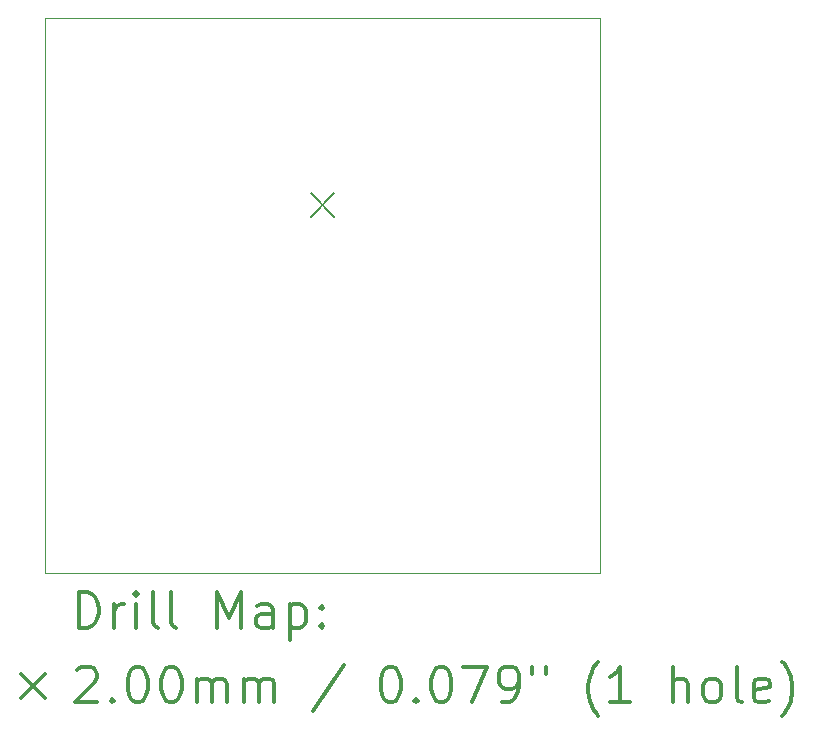
<source format=gbr>
%FSLAX45Y45*%
G04 Gerber Fmt 4.5, Leading zero omitted, Abs format (unit mm)*
G04 Created by KiCad (PCBNEW (5.1.4)-1) date 2020-10-17 09:35:08*
%MOMM*%
%LPD*%
G04 APERTURE LIST*
%ADD10C,0.001000*%
%ADD11C,0.200000*%
%ADD12C,0.300000*%
G04 APERTURE END LIST*
D10*
X12231870Y-8098020D02*
X12231870Y-3398020D01*
X12231870Y-3398020D02*
X7531870Y-3398020D01*
X7531870Y-3398020D02*
X7531870Y-8098020D01*
X7531870Y-8098020D02*
X12231870Y-8098020D01*
D11*
X9781870Y-4886020D02*
X9981870Y-5086020D01*
X9981870Y-4886020D02*
X9781870Y-5086020D01*
D12*
X7818248Y-8563784D02*
X7818248Y-8263784D01*
X7889677Y-8263784D01*
X7932534Y-8278070D01*
X7961106Y-8306641D01*
X7975391Y-8335213D01*
X7989677Y-8392356D01*
X7989677Y-8435213D01*
X7975391Y-8492356D01*
X7961106Y-8520927D01*
X7932534Y-8549499D01*
X7889677Y-8563784D01*
X7818248Y-8563784D01*
X8118248Y-8563784D02*
X8118248Y-8363784D01*
X8118248Y-8420927D02*
X8132534Y-8392356D01*
X8146820Y-8378070D01*
X8175391Y-8363784D01*
X8203963Y-8363784D01*
X8303963Y-8563784D02*
X8303963Y-8363784D01*
X8303963Y-8263784D02*
X8289677Y-8278070D01*
X8303963Y-8292356D01*
X8318248Y-8278070D01*
X8303963Y-8263784D01*
X8303963Y-8292356D01*
X8489677Y-8563784D02*
X8461106Y-8549499D01*
X8446820Y-8520927D01*
X8446820Y-8263784D01*
X8646820Y-8563784D02*
X8618248Y-8549499D01*
X8603963Y-8520927D01*
X8603963Y-8263784D01*
X8989677Y-8563784D02*
X8989677Y-8263784D01*
X9089677Y-8478070D01*
X9189677Y-8263784D01*
X9189677Y-8563784D01*
X9461106Y-8563784D02*
X9461106Y-8406642D01*
X9446820Y-8378070D01*
X9418248Y-8363784D01*
X9361106Y-8363784D01*
X9332534Y-8378070D01*
X9461106Y-8549499D02*
X9432534Y-8563784D01*
X9361106Y-8563784D01*
X9332534Y-8549499D01*
X9318248Y-8520927D01*
X9318248Y-8492356D01*
X9332534Y-8463784D01*
X9361106Y-8449499D01*
X9432534Y-8449499D01*
X9461106Y-8435213D01*
X9603963Y-8363784D02*
X9603963Y-8663784D01*
X9603963Y-8378070D02*
X9632534Y-8363784D01*
X9689677Y-8363784D01*
X9718248Y-8378070D01*
X9732534Y-8392356D01*
X9746820Y-8420927D01*
X9746820Y-8506642D01*
X9732534Y-8535213D01*
X9718248Y-8549499D01*
X9689677Y-8563784D01*
X9632534Y-8563784D01*
X9603963Y-8549499D01*
X9875391Y-8535213D02*
X9889677Y-8549499D01*
X9875391Y-8563784D01*
X9861106Y-8549499D01*
X9875391Y-8535213D01*
X9875391Y-8563784D01*
X9875391Y-8378070D02*
X9889677Y-8392356D01*
X9875391Y-8406642D01*
X9861106Y-8392356D01*
X9875391Y-8378070D01*
X9875391Y-8406642D01*
X7331820Y-8958070D02*
X7531820Y-9158070D01*
X7531820Y-8958070D02*
X7331820Y-9158070D01*
X7803963Y-8922356D02*
X7818248Y-8908070D01*
X7846820Y-8893784D01*
X7918248Y-8893784D01*
X7946820Y-8908070D01*
X7961106Y-8922356D01*
X7975391Y-8950927D01*
X7975391Y-8979499D01*
X7961106Y-9022356D01*
X7789677Y-9193784D01*
X7975391Y-9193784D01*
X8103963Y-9165213D02*
X8118248Y-9179499D01*
X8103963Y-9193784D01*
X8089677Y-9179499D01*
X8103963Y-9165213D01*
X8103963Y-9193784D01*
X8303963Y-8893784D02*
X8332534Y-8893784D01*
X8361106Y-8908070D01*
X8375391Y-8922356D01*
X8389677Y-8950927D01*
X8403963Y-9008070D01*
X8403963Y-9079499D01*
X8389677Y-9136642D01*
X8375391Y-9165213D01*
X8361106Y-9179499D01*
X8332534Y-9193784D01*
X8303963Y-9193784D01*
X8275391Y-9179499D01*
X8261106Y-9165213D01*
X8246820Y-9136642D01*
X8232534Y-9079499D01*
X8232534Y-9008070D01*
X8246820Y-8950927D01*
X8261106Y-8922356D01*
X8275391Y-8908070D01*
X8303963Y-8893784D01*
X8589677Y-8893784D02*
X8618248Y-8893784D01*
X8646820Y-8908070D01*
X8661106Y-8922356D01*
X8675391Y-8950927D01*
X8689677Y-9008070D01*
X8689677Y-9079499D01*
X8675391Y-9136642D01*
X8661106Y-9165213D01*
X8646820Y-9179499D01*
X8618248Y-9193784D01*
X8589677Y-9193784D01*
X8561106Y-9179499D01*
X8546820Y-9165213D01*
X8532534Y-9136642D01*
X8518248Y-9079499D01*
X8518248Y-9008070D01*
X8532534Y-8950927D01*
X8546820Y-8922356D01*
X8561106Y-8908070D01*
X8589677Y-8893784D01*
X8818248Y-9193784D02*
X8818248Y-8993784D01*
X8818248Y-9022356D02*
X8832534Y-9008070D01*
X8861106Y-8993784D01*
X8903963Y-8993784D01*
X8932534Y-9008070D01*
X8946820Y-9036642D01*
X8946820Y-9193784D01*
X8946820Y-9036642D02*
X8961106Y-9008070D01*
X8989677Y-8993784D01*
X9032534Y-8993784D01*
X9061106Y-9008070D01*
X9075391Y-9036642D01*
X9075391Y-9193784D01*
X9218248Y-9193784D02*
X9218248Y-8993784D01*
X9218248Y-9022356D02*
X9232534Y-9008070D01*
X9261106Y-8993784D01*
X9303963Y-8993784D01*
X9332534Y-9008070D01*
X9346820Y-9036642D01*
X9346820Y-9193784D01*
X9346820Y-9036642D02*
X9361106Y-9008070D01*
X9389677Y-8993784D01*
X9432534Y-8993784D01*
X9461106Y-9008070D01*
X9475391Y-9036642D01*
X9475391Y-9193784D01*
X10061106Y-8879499D02*
X9803963Y-9265213D01*
X10446820Y-8893784D02*
X10475391Y-8893784D01*
X10503963Y-8908070D01*
X10518248Y-8922356D01*
X10532534Y-8950927D01*
X10546820Y-9008070D01*
X10546820Y-9079499D01*
X10532534Y-9136642D01*
X10518248Y-9165213D01*
X10503963Y-9179499D01*
X10475391Y-9193784D01*
X10446820Y-9193784D01*
X10418248Y-9179499D01*
X10403963Y-9165213D01*
X10389677Y-9136642D01*
X10375391Y-9079499D01*
X10375391Y-9008070D01*
X10389677Y-8950927D01*
X10403963Y-8922356D01*
X10418248Y-8908070D01*
X10446820Y-8893784D01*
X10675391Y-9165213D02*
X10689677Y-9179499D01*
X10675391Y-9193784D01*
X10661106Y-9179499D01*
X10675391Y-9165213D01*
X10675391Y-9193784D01*
X10875391Y-8893784D02*
X10903963Y-8893784D01*
X10932534Y-8908070D01*
X10946820Y-8922356D01*
X10961106Y-8950927D01*
X10975391Y-9008070D01*
X10975391Y-9079499D01*
X10961106Y-9136642D01*
X10946820Y-9165213D01*
X10932534Y-9179499D01*
X10903963Y-9193784D01*
X10875391Y-9193784D01*
X10846820Y-9179499D01*
X10832534Y-9165213D01*
X10818248Y-9136642D01*
X10803963Y-9079499D01*
X10803963Y-9008070D01*
X10818248Y-8950927D01*
X10832534Y-8922356D01*
X10846820Y-8908070D01*
X10875391Y-8893784D01*
X11075391Y-8893784D02*
X11275391Y-8893784D01*
X11146820Y-9193784D01*
X11403963Y-9193784D02*
X11461106Y-9193784D01*
X11489677Y-9179499D01*
X11503963Y-9165213D01*
X11532534Y-9122356D01*
X11546820Y-9065213D01*
X11546820Y-8950927D01*
X11532534Y-8922356D01*
X11518248Y-8908070D01*
X11489677Y-8893784D01*
X11432534Y-8893784D01*
X11403963Y-8908070D01*
X11389677Y-8922356D01*
X11375391Y-8950927D01*
X11375391Y-9022356D01*
X11389677Y-9050927D01*
X11403963Y-9065213D01*
X11432534Y-9079499D01*
X11489677Y-9079499D01*
X11518248Y-9065213D01*
X11532534Y-9050927D01*
X11546820Y-9022356D01*
X11661106Y-8893784D02*
X11661106Y-8950927D01*
X11775391Y-8893784D02*
X11775391Y-8950927D01*
X12218248Y-9308070D02*
X12203963Y-9293784D01*
X12175391Y-9250927D01*
X12161106Y-9222356D01*
X12146820Y-9179499D01*
X12132534Y-9108070D01*
X12132534Y-9050927D01*
X12146820Y-8979499D01*
X12161106Y-8936642D01*
X12175391Y-8908070D01*
X12203963Y-8865213D01*
X12218248Y-8850927D01*
X12489677Y-9193784D02*
X12318248Y-9193784D01*
X12403963Y-9193784D02*
X12403963Y-8893784D01*
X12375391Y-8936642D01*
X12346820Y-8965213D01*
X12318248Y-8979499D01*
X12846820Y-9193784D02*
X12846820Y-8893784D01*
X12975391Y-9193784D02*
X12975391Y-9036642D01*
X12961106Y-9008070D01*
X12932534Y-8993784D01*
X12889677Y-8993784D01*
X12861106Y-9008070D01*
X12846820Y-9022356D01*
X13161106Y-9193784D02*
X13132534Y-9179499D01*
X13118248Y-9165213D01*
X13103963Y-9136642D01*
X13103963Y-9050927D01*
X13118248Y-9022356D01*
X13132534Y-9008070D01*
X13161106Y-8993784D01*
X13203963Y-8993784D01*
X13232534Y-9008070D01*
X13246820Y-9022356D01*
X13261106Y-9050927D01*
X13261106Y-9136642D01*
X13246820Y-9165213D01*
X13232534Y-9179499D01*
X13203963Y-9193784D01*
X13161106Y-9193784D01*
X13432534Y-9193784D02*
X13403963Y-9179499D01*
X13389677Y-9150927D01*
X13389677Y-8893784D01*
X13661106Y-9179499D02*
X13632534Y-9193784D01*
X13575391Y-9193784D01*
X13546820Y-9179499D01*
X13532534Y-9150927D01*
X13532534Y-9036642D01*
X13546820Y-9008070D01*
X13575391Y-8993784D01*
X13632534Y-8993784D01*
X13661106Y-9008070D01*
X13675391Y-9036642D01*
X13675391Y-9065213D01*
X13532534Y-9093784D01*
X13775391Y-9308070D02*
X13789677Y-9293784D01*
X13818248Y-9250927D01*
X13832534Y-9222356D01*
X13846820Y-9179499D01*
X13861106Y-9108070D01*
X13861106Y-9050927D01*
X13846820Y-8979499D01*
X13832534Y-8936642D01*
X13818248Y-8908070D01*
X13789677Y-8865213D01*
X13775391Y-8850927D01*
M02*

</source>
